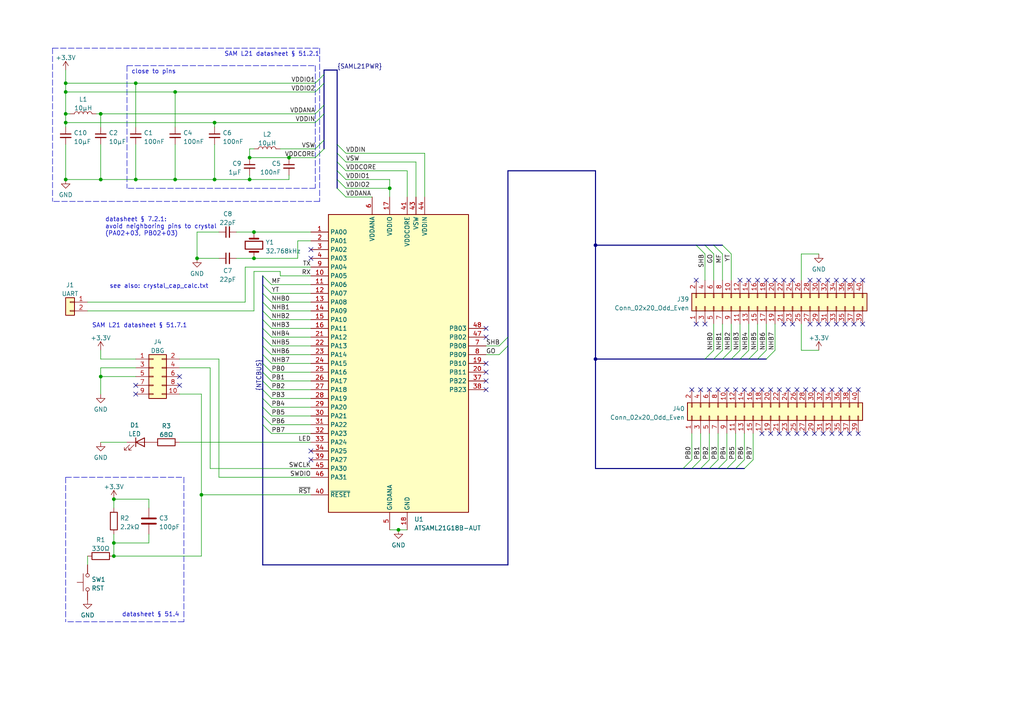
<source format=kicad_sch>
(kicad_sch (version 20211123) (generator eeschema)
  (paper "A4")
  (lib_symbols
    (symbol "Connector_Generic:Conn_01x02" (pin_names (offset 1.016) hide)
      (property "Reference" "J" (at 0 2.54 0))
      (property "Value" "Conn_01x02" (at 0 -5.08 0))
      (symbol "Conn_01x02_1_1"
        (rectangle (start -1.27 -2.413) (end 0 -2.667) (stroke (width 0.1524)))
        (rectangle (start -1.27 0.127) (end 0 -0.127) (stroke (width 0.1524)))
        (rectangle (start -1.27 1.27) (end 1.27 -3.81) (stroke (width 0.254)) (fill (type background)))
        (pin passive line (at -5.08 0 0) (length 3.81) (name "Pin_1") (number "1"))
        (pin passive line (at -5.08 -2.54 0) (length 3.81) (name "Pin_2") (number "2"))
      )
    )
    (symbol "Connector_Generic:Conn_02x05_Odd_Even" (pin_names (offset 1.016) hide)
      (property "Reference" "J" (at 1.27 7.62 0))
      (property "Value" "Conn_02x05_Odd_Even" (at 1.27 -7.62 0))
      (symbol "Conn_02x05_Odd_Even_1_1"
        (rectangle (start -1.27 -4.953) (end 0 -5.207) (stroke (width 0.1524)))
        (rectangle (start -1.27 -2.413) (end 0 -2.667) (stroke (width 0.1524)))
        (rectangle (start -1.27 0.127) (end 0 -0.127) (stroke (width 0.1524)))
        (rectangle (start -1.27 2.667) (end 0 2.413) (stroke (width 0.1524)))
        (rectangle (start -1.27 5.207) (end 0 4.953) (stroke (width 0.1524)))
        (rectangle (start -1.27 6.35) (end 3.81 -6.35) (stroke (width 0.254)) (fill (type background)))
        (rectangle (start 3.81 -4.953) (end 2.54 -5.207) (stroke (width 0.1524)))
        (rectangle (start 3.81 -2.413) (end 2.54 -2.667) (stroke (width 0.1524)))
        (rectangle (start 3.81 0.127) (end 2.54 -0.127) (stroke (width 0.1524)))
        (rectangle (start 3.81 2.667) (end 2.54 2.413) (stroke (width 0.1524)))
        (rectangle (start 3.81 5.207) (end 2.54 4.953) (stroke (width 0.1524)))
        (pin passive line (at -5.08 5.08 0) (length 3.81) (name "Pin_1") (number "1"))
        (pin passive line (at 7.62 -5.08 180) (length 3.81) (name "Pin_10") (number "10"))
        (pin passive line (at 7.62 5.08 180) (length 3.81) (name "Pin_2") (number "2"))
        (pin passive line (at -5.08 2.54 0) (length 3.81) (name "Pin_3") (number "3"))
        (pin passive line (at 7.62 2.54 180) (length 3.81) (name "Pin_4") (number "4"))
        (pin passive line (at -5.08 0 0) (length 3.81) (name "Pin_5") (number "5"))
        (pin passive line (at 7.62 0 180) (length 3.81) (name "Pin_6") (number "6"))
        (pin passive line (at -5.08 -2.54 0) (length 3.81) (name "Pin_7") (number "7"))
        (pin passive line (at 7.62 -2.54 180) (length 3.81) (name "Pin_8") (number "8"))
        (pin passive line (at -5.08 -5.08 0) (length 3.81) (name "Pin_9") (number "9"))
      )
    )
    (symbol "Connector_Generic:Conn_02x20_Odd_Even" (pin_names (offset 1.016) hide)
      (property "Reference" "J" (at 1.27 25.4 0))
      (property "Value" "Conn_02x20_Odd_Even" (at 1.27 -27.94 0))
      (symbol "Conn_02x20_Odd_Even_1_1"
        (rectangle (start -1.27 -25.273) (end 0 -25.527) (stroke (width 0.1524)))
        (rectangle (start -1.27 -22.733) (end 0 -22.987) (stroke (width 0.1524)))
        (rectangle (start -1.27 -20.193) (end 0 -20.447) (stroke (width 0.1524)))
        (rectangle (start -1.27 -17.653) (end 0 -17.907) (stroke (width 0.1524)))
        (rectangle (start -1.27 -15.113) (end 0 -15.367) (stroke (width 0.1524)))
        (rectangle (start -1.27 -12.573) (end 0 -12.827) (stroke (width 0.1524)))
        (rectangle (start -1.27 -10.033) (end 0 -10.287) (stroke (width 0.1524)))
        (rectangle (start -1.27 -7.493) (end 0 -7.747) (stroke (width 0.1524)))
        (rectangle (start -1.27 -4.953) (end 0 -5.207) (stroke (width 0.1524)))
        (rectangle (start -1.27 -2.413) (end 0 -2.667) (stroke (width 0.1524)))
        (rectangle (start -1.27 0.127) (end 0 -0.127) (stroke (width 0.1524)))
        (rectangle (start -1.27 2.667) (end 0 2.413) (stroke (width 0.1524)))
        (rectangle (start -1.27 5.207) (end 0 4.953) (stroke (width 0.1524)))
        (rectangle (start -1.27 7.747) (end 0 7.493) (stroke (width 0.1524)))
        (rectangle (start -1.27 10.287) (end 0 10.033) (stroke (width 0.1524)))
        (rectangle (start -1.27 12.827) (end 0 12.573) (stroke (width 0.1524)))
        (rectangle (start -1.27 15.367) (end 0 15.113) (stroke (width 0.1524)))
        (rectangle (start -1.27 17.907) (end 0 17.653) (stroke (width 0.1524)))
        (rectangle (start -1.27 20.447) (end 0 20.193) (stroke (width 0.1524)))
        (rectangle (start -1.27 22.987) (end 0 22.733) (stroke (width 0.1524)))
        (rectangle (start -1.27 24.13) (end 3.81 -26.67) (stroke (width 0.254)) (fill (type background)))
        (rectangle (start 3.81 -25.273) (end 2.54 -25.527) (stroke (width 0.1524)))
        (rectangle (start 3.81 -22.733) (end 2.54 -22.987) (stroke (width 0.1524)))
        (rectangle (start 3.81 -20.193) (end 2.54 -20.447) (stroke (width 0.1524)))
        (rectangle (start 3.81 -17.653) (end 2.54 -17.907) (stroke (width 0.1524)))
        (rectangle (start 3.81 -15.113) (end 2.54 -15.367) (stroke (width 0.1524)))
        (rectangle (start 3.81 -12.573) (end 2.54 -12.827) (stroke (width 0.1524)))
        (rectangle (start 3.81 -10.033) (end 2.54 -10.287) (stroke (width 0.1524)))
        (rectangle (start 3.81 -7.493) (end 2.54 -7.747) (stroke (width 0.1524)))
        (rectangle (start 3.81 -4.953) (end 2.54 -5.207) (stroke (width 0.1524)))
        (rectangle (start 3.81 -2.413) (end 2.54 -2.667) (stroke (width 0.1524)))
        (rectangle (start 3.81 0.127) (end 2.54 -0.127) (stroke (width 0.1524)))
        (rectangle (start 3.81 2.667) (end 2.54 2.413) (stroke (width 0.1524)))
        (rectangle (start 3.81 5.207) (end 2.54 4.953) (stroke (width 0.1524)))
        (rectangle (start 3.81 7.747) (end 2.54 7.493) (stroke (width 0.1524)))
        (rectangle (start 3.81 10.287) (end 2.54 10.033) (stroke (width 0.1524)))
        (rectangle (start 3.81 12.827) (end 2.54 12.573) (stroke (width 0.1524)))
        (rectangle (start 3.81 15.367) (end 2.54 15.113) (stroke (width 0.1524)))
        (rectangle (start 3.81 17.907) (end 2.54 17.653) (stroke (width 0.1524)))
        (rectangle (start 3.81 20.447) (end 2.54 20.193) (stroke (width 0.1524)))
        (rectangle (start 3.81 22.987) (end 2.54 22.733) (stroke (width 0.1524)))
        (pin passive line (at -5.08 22.86 0) (length 3.81) (name "Pin_1") (number "1"))
        (pin passive line (at 7.62 12.7 180) (length 3.81) (name "Pin_10") (number "10"))
        (pin passive line (at -5.08 10.16 0) (length 3.81) (name "Pin_11") (number "11"))
        (pin passive line (at 7.62 10.16 180) (length 3.81) (name "Pin_12") (number "12"))
        (pin passive line (at -5.08 7.62 0) (length 3.81) (name "Pin_13") (number "13"))
        (pin passive line (at 7.62 7.62 180) (length 3.81) (name "Pin_14") (number "14"))
        (pin passive line (at -5.08 5.08 0) (length 3.81) (name "Pin_15") (number "15"))
        (pin passive line (at 7.62 5.08 180) (length 3.81) (name "Pin_16") (number "16"))
        (pin passive line (at -5.08 2.54 0) (length 3.81) (name "Pin_17") (number "17"))
        (pin passive line (at 7.62 2.54 180) (length 3.81) (name "Pin_18") (number "18"))
        (pin passive line (at -5.08 0 0) (length 3.81) (name "Pin_19") (number "19"))
        (pin passive line (at 7.62 22.86 180) (length 3.81) (name "Pin_2") (number "2"))
        (pin passive line (at 7.62 0 180) (length 3.81) (name "Pin_20") (number "20"))
        (pin passive line (at -5.08 -2.54 0) (length 3.81) (name "Pin_21") (number "21"))
        (pin passive line (at 7.62 -2.54 180) (length 3.81) (name "Pin_22") (number "22"))
        (pin passive line (at -5.08 -5.08 0) (length 3.81) (name "Pin_23") (number "23"))
        (pin passive line (at 7.62 -5.08 180) (length 3.81) (name "Pin_24") (number "24"))
        (pin passive line (at -5.08 -7.62 0) (length 3.81) (name "Pin_25") (number "25"))
        (pin passive line (at 7.62 -7.62 180) (length 3.81) (name "Pin_26") (number "26"))
        (pin passive line (at -5.08 -10.16 0) (length 3.81) (name "Pin_27") (number "27"))
        (pin passive line (at 7.62 -10.16 180) (length 3.81) (name "Pin_28") (number "28"))
        (pin passive line (at -5.08 -12.7 0) (length 3.81) (name "Pin_29") (number "29"))
        (pin passive line (at -5.08 20.32 0) (length 3.81) (name "Pin_3") (number "3"))
        (pin passive line (at 7.62 -12.7 180) (length 3.81) (name "Pin_30") (number "30"))
        (pin passive line (at -5.08 -15.24 0) (length 3.81) (name "Pin_31") (number "31"))
        (pin passive line (at 7.62 -15.24 180) (length 3.81) (name "Pin_32") (number "32"))
        (pin passive line (at -5.08 -17.78 0) (length 3.81) (name "Pin_33") (number "33"))
        (pin passive line (at 7.62 -17.78 180) (length 3.81) (name "Pin_34") (number "34"))
        (pin passive line (at -5.08 -20.32 0) (length 3.81) (name "Pin_35") (number "35"))
        (pin passive line (at 7.62 -20.32 180) (length 3.81) (name "Pin_36") (number "36"))
        (pin passive line (at -5.08 -22.86 0) (length 3.81) (name "Pin_37") (number "37"))
        (pin passive line (at 7.62 -22.86 180) (length 3.81) (name "Pin_38") (number "38"))
        (pin passive line (at -5.08 -25.4 0) (length 3.81) (name "Pin_39") (number "39"))
        (pin passive line (at 7.62 20.32 180) (length 3.81) (name "Pin_4") (number "4"))
        (pin passive line (at 7.62 -25.4 180) (length 3.81) (name "Pin_40") (number "40"))
        (pin passive line (at -5.08 17.78 0) (length 3.81) (name "Pin_5") (number "5"))
        (pin passive line (at 7.62 17.78 180) (length 3.81) (name "Pin_6") (number "6"))
        (pin passive line (at -5.08 15.24 0) (length 3.81) (name "Pin_7") (number "7"))
        (pin passive line (at 7.62 15.24 180) (length 3.81) (name "Pin_8") (number "8"))
        (pin passive line (at -5.08 12.7 0) (length 3.81) (name "Pin_9") (number "9"))
      )
    )
    (symbol "Device:C" (pin_numbers hide) (pin_names (offset 0.254))
      (property "Reference" "C" (at 0.635 2.54 0))
      (property "Value" "C" (at 0.635 -2.54 0))
      (symbol "C_0_1"
        (polyline (pts (xy -2.032 -0.762) (xy 2.032 -0.762)) (stroke (width 0.508)))
        (polyline (pts (xy -2.032 0.762) (xy 2.032 0.762)) (stroke (width 0.508)))
      )
      (symbol "C_1_1"
        (pin passive line (at 0 3.81 270) (length 2.794) (name "~") (number "1"))
        (pin passive line (at 0 -3.81 90) (length 2.794) (name "~") (number "2"))
      )
    )
    (symbol "Device:C_Small" (pin_numbers hide) (pin_names (offset 0.254) hide)
      (property "Reference" "C" (at 0.254 1.778 0))
      (property "Value" "C_Small" (at 0.254 -2.032 0))
      (symbol "C_Small_0_1"
        (polyline (pts (xy -1.524 -0.508) (xy 1.524 -0.508)) (stroke (width 0.3302)))
        (polyline (pts (xy -1.524 0.508) (xy 1.524 0.508)) (stroke (width 0.3048)))
      )
      (symbol "C_Small_1_1"
        (pin passive line (at 0 2.54 270) (length 2.032) (name "~") (number "1"))
        (pin passive line (at 0 -2.54 90) (length 2.032) (name "~") (number "2"))
      )
    )
    (symbol "Device:Crystal" (pin_numbers hide) (pin_names (offset 1.016) hide)
      (property "Reference" "Y" (at 0 3.81 0))
      (property "Value" "Crystal" (at 0 -3.81 0))
      (symbol "Crystal_0_1"
        (rectangle (start -1.143 2.54) (end 1.143 -2.54) (stroke (width 0.3048)))
        (polyline (pts (xy -2.54 0) (xy -1.905 0)))
        (polyline (pts (xy -1.905 -1.27) (xy -1.905 1.27)) (stroke (width 0.508)))
        (polyline (pts (xy 1.905 -1.27) (xy 1.905 1.27)) (stroke (width 0.508)))
        (polyline (pts (xy 2.54 0) (xy 1.905 0)))
      )
      (symbol "Crystal_1_1"
        (pin passive line (at -3.81 0 0) (length 1.27) (name "1") (number "1"))
        (pin passive line (at 3.81 0 180) (length 1.27) (name "2") (number "2"))
      )
    )
    (symbol "Device:L" (pin_numbers hide) (pin_names (offset 1.016) hide)
      (property "Reference" "L" (at -1.27 0 90))
      (property "Value" "L" (at 1.905 0 90))
      (symbol "L_0_1"
        (arc (start 0 -2.54) (mid 0.635 -1.905) (end 0 -1.27))
        (arc (start 0 -1.27) (mid 0.635 -0.635) (end 0 0))
        (arc (start 0 0) (mid 0.635 0.635) (end 0 1.27))
        (arc (start 0 1.27) (mid 0.635 1.905) (end 0 2.54))
      )
      (symbol "L_1_1"
        (pin passive line (at 0 3.81 270) (length 1.27) (name "1") (number "1"))
        (pin passive line (at 0 -3.81 90) (length 1.27) (name "2") (number "2"))
      )
    )
    (symbol "Device:LED" (pin_numbers hide) (pin_names (offset 1.016) hide)
      (property "Reference" "D" (at 0 2.54 0))
      (property "Value" "LED" (at 0 -2.54 0))
      (symbol "LED_0_1"
        (polyline (pts (xy -1.27 -1.27) (xy -1.27 1.27)) (stroke (width 0.254)))
        (polyline (pts (xy -1.27 0) (xy 1.27 0)))
        (polyline (pts (xy 1.27 -1.27) (xy 1.27 1.27) (xy -1.27 0) (xy 1.27 -1.27)) (stroke (width 0.254)))
        (polyline (pts (xy -3.048 -0.762) (xy -4.572 -2.286) (xy -3.81 -2.286) (xy -4.572 -2.286) (xy -4.572 -1.524)))
        (polyline (pts (xy -1.778 -0.762) (xy -3.302 -2.286) (xy -2.54 -2.286) (xy -3.302 -2.286) (xy -3.302 -1.524)))
      )
      (symbol "LED_1_1"
        (pin passive line (at -3.81 0 0) (length 2.54) (name "K") (number "1"))
        (pin passive line (at 3.81 0 180) (length 2.54) (name "A") (number "2"))
      )
    )
    (symbol "Device:R" (pin_numbers hide) (pin_names (offset 0))
      (property "Reference" "R" (at 2.032 0 90))
      (property "Value" "R" (at 0 0 90))
      (symbol "R_0_1"
        (rectangle (start -1.016 -2.54) (end 1.016 2.54) (stroke (width 0.254)))
      )
      (symbol "R_1_1"
        (pin passive line (at 0 3.81 270) (length 1.27) (name "~") (number "1"))
        (pin passive line (at 0 -3.81 90) (length 1.27) (name "~") (number "2"))
      )
    )
    (symbol "MCU_Microchip_SAML:ATSAML21G18B-AUT"
      (property "Reference" "U1" (at 4.5594 -45.2104 0))
      (property "Value" "ATSAML21G18B-AUT" (at 4.5594 -47.7473 0))
      (symbol "ATSAML21G18B-AUT_0_1"
        (rectangle (start -20.32 43.18) (end 20.32 -43.18) (stroke (width 0.254)) (fill (type background)))
      )
      (symbol "ATSAML21G18B-AUT_1_1"
        (pin bidirectional line (at -25.4 38.1 0) (length 5.08) (name "PA00") (number "1"))
        (pin bidirectional line (at -25.4 25.4 0) (length 5.08) (name "PA05") (number "10"))
        (pin bidirectional line (at -25.4 22.86 0) (length 5.08) (name "PA06") (number "11"))
        (pin bidirectional line (at -25.4 20.32 0) (length 5.08) (name "PA07") (number "12"))
        (pin bidirectional line (at -25.4 17.78 0) (length 5.08) (name "PA08") (number "13"))
        (pin bidirectional line (at -25.4 15.24 0) (length 5.08) (name "PA09") (number "14"))
        (pin bidirectional line (at -25.4 12.7 0) (length 5.08) (name "PA10") (number "15"))
        (pin bidirectional line (at -25.4 10.16 0) (length 5.08) (name "PA11") (number "16"))
        (pin power_in line (at -2.54 48.26 270) (length 5.08) (name "VDDIO") (number "17"))
        (pin power_in line (at 2.54 -48.26 90) (length 5.08) (name "GND") (number "18"))
        (pin bidirectional line (at 25.4 0 180) (length 5.08) (name "PB10") (number "19"))
        (pin bidirectional line (at -25.4 35.56 0) (length 5.08) (name "PA01") (number "2"))
        (pin bidirectional line (at 25.4 -2.54 180) (length 5.08) (name "PB11") (number "20"))
        (pin bidirectional line (at -25.4 7.62 0) (length 5.08) (name "PA12") (number "21"))
        (pin bidirectional line (at -25.4 5.08 0) (length 5.08) (name "PA13") (number "22"))
        (pin bidirectional line (at -25.4 2.54 0) (length 5.08) (name "PA14") (number "23"))
        (pin bidirectional line (at -25.4 0 0) (length 5.08) (name "PA15") (number "24"))
        (pin bidirectional line (at -25.4 -2.54 0) (length 5.08) (name "PA16") (number "25"))
        (pin bidirectional line (at -25.4 -5.08 0) (length 5.08) (name "PA17") (number "26"))
        (pin bidirectional line (at -25.4 -7.62 0) (length 5.08) (name "PA18") (number "27"))
        (pin bidirectional line (at -25.4 -10.16 0) (length 5.08) (name "PA19") (number "28"))
        (pin bidirectional line (at -25.4 -12.7 0) (length 5.08) (name "PA20") (number "29"))
        (pin bidirectional line (at -25.4 33.02 0) (length 5.08) (name "PA02") (number "3"))
        (pin bidirectional line (at -25.4 -15.24 0) (length 5.08) (name "PA21") (number "30"))
        (pin bidirectional line (at -25.4 -17.78 0) (length 5.08) (name "PA22") (number "31"))
        (pin bidirectional line (at -25.4 -20.32 0) (length 5.08) (name "PA23") (number "32"))
        (pin bidirectional line (at -25.4 -22.86 0) (length 5.08) (name "PA24") (number "33"))
        (pin bidirectional line (at -25.4 -25.4 0) (length 5.08) (name "PA25") (number "34"))
        (pin passive line (at 2.54 -48.26 90) (length 5.08) hide (name "GND") (number "35"))
        (pin passive line (at -2.54 48.26 270) (length 5.08) hide (name "VDDIO") (number "36"))
        (pin bidirectional line (at 25.4 -5.08 180) (length 5.08) (name "PB22") (number "37"))
        (pin bidirectional line (at 25.4 -7.62 180) (length 5.08) (name "PB23") (number "38"))
        (pin bidirectional line (at -25.4 -27.94 0) (length 5.08) (name "PA27") (number "39"))
        (pin bidirectional line (at -25.4 30.48 0) (length 5.08) (name "PA03") (number "4"))
        (pin input line (at -25.4 -38.1 0) (length 5.08) (name "~{RESET}") (number "40"))
        (pin bidirectional line (at 2.54 48.26 270) (length 5.08) (name "VDDCORE") (number "41"))
        (pin passive line (at 2.54 -48.26 90) (length 5.08) hide (name "GND") (number "42"))
        (pin bidirectional line (at 5.08 48.26 270) (length 5.08) (name "VSW") (number "43"))
        (pin bidirectional line (at 7.62 48.26 270) (length 5.08) (name "VDDIN") (number "44"))
        (pin bidirectional line (at -25.4 -30.48 0) (length 5.08) (name "PA30") (number "45"))
        (pin bidirectional line (at -25.4 -33.02 0) (length 5.08) (name "PA31") (number "46"))
        (pin bidirectional line (at 25.4 7.62 180) (length 5.08) (name "PB02") (number "47"))
        (pin bidirectional line (at 25.4 10.16 180) (length 5.08) (name "PB03") (number "48"))
        (pin passive line (at 2.54 -48.26 90) (length 5.08) hide (name "GND") (number "49"))
        (pin power_in line (at -2.54 -48.26 90) (length 5.08) (name "GNDANA") (number "5"))
        (pin bidirectional line (at -7.62 48.26 270) (length 5.08) (name "VDDANA") (number "6"))
        (pin bidirectional line (at 25.4 5.08 180) (length 5.08) (name "PB08") (number "7"))
        (pin bidirectional line (at 25.4 2.54 180) (length 5.08) (name "PB09") (number "8"))
        (pin bidirectional line (at -25.4 27.94 0) (length 5.08) (name "PA04") (number "9"))
      )
    )
    (symbol "Switch:SW_Push" (pin_numbers hide) (pin_names (offset 1.016) hide)
      (property "Reference" "SW" (at 1.27 2.54 0))
      (property "Value" "SW_Push" (at 0 -1.524 0))
      (symbol "SW_Push_0_1"
        (circle (center -2.032 0) (radius 0.508))
        (polyline (pts (xy 0 1.27) (xy 0 3.048)))
        (polyline (pts (xy 2.54 1.27) (xy -2.54 1.27)))
        (circle (center 2.032 0) (radius 0.508))
        (pin passive line (at -5.08 0 0) (length 2.54) (name "1") (number "1"))
        (pin passive line (at 5.08 0 180) (length 2.54) (name "2") (number "2"))
      )
    )
    (symbol "power:+3.3V" (power) (pin_names (offset 0))
      (property "Value" "+3.3V" (at 0 3.556 0))
      (symbol "+3.3V_0_1"
        (polyline (pts (xy -0.762 1.27) (xy 0 2.54)))
        (polyline (pts (xy 0 0) (xy 0 2.54)))
        (polyline (pts (xy 0 2.54) (xy 0.762 1.27)))
      )
      (symbol "+3.3V_1_1"
        (pin power_in line (at 0 0 90) (length 0) hide (name "+3.3V") (number "1"))
      )
    )
    (symbol "power:GND" (power) (pin_names (offset 0))
      (property "Value" "GND" (at 0 -3.81 0))
      (symbol "GND_0_1"
        (polyline (pts (xy 0 0) (xy 0 -1.27) (xy 1.27 -1.27) (xy 0 -2.54) (xy -1.27 -1.27) (xy 0 -1.27)))
      )
      (symbol "GND_1_1"
        (pin power_in line (at 0 0 270) (length 0) hide (name "GND") (number "1"))
      )
    )
  )
  (bus_alias "SAML21PWR" (members "VDDCORE" "VDDIO1" "VDDIO2" "VSW" "VDDIN" "VDDANA"))
  (bus_alias "NTCBUS" (members "SHB" "GO" "MF" "YT" "NHB[0..7]" "PB[0..7]"))
  (junction (at 33.02 144.78))
  (junction (at 72.39 52.07))
  (junction (at 29.21 109.22))
  (junction (at 58.42 143.51))
  (junction (at 172.72 71.12))
  (junction (at 19.05 35.56))
  (junction (at 172.72 104.14))
  (junction (at 57.15 74.93))
  (junction (at 29.21 52.07))
  (junction (at 50.8 52.07))
  (junction (at 50.8 26.67))
  (junction (at 73.66 67.31))
  (junction (at 72.39 45.72))
  (junction (at 33.02 157.48))
  (junction (at 113.03 54.61))
  (junction (at 33.02 161.29))
  (junction (at 39.37 24.13))
  (junction (at 39.37 52.07))
  (junction (at 19.05 24.13))
  (junction (at 115.57 153.67))
  (junction (at 29.21 33.02))
  (junction (at 19.05 52.07))
  (junction (at 19.05 26.67))
  (junction (at 19.05 33.02))
  (junction (at 73.66 74.93))
  (junction (at 62.23 35.56))
  (junction (at 83.82 45.72))
  (junction (at 62.23 52.07))
  (no_connect (at 233.68 125.73))
  (no_connect (at 231.14 125.73))
  (no_connect (at 140.97 105.41))
  (no_connect (at 241.3 125.73))
  (no_connect (at 231.14 113.03))
  (no_connect (at 208.28 113.03))
  (no_connect (at 229.87 81.28))
  (no_connect (at 250.19 81.28))
  (no_connect (at 39.37 111.76))
  (no_connect (at 233.68 113.03))
  (no_connect (at 90.17 130.81))
  (no_connect (at 220.98 113.03))
  (no_connect (at 236.22 113.03))
  (no_connect (at 226.06 113.03))
  (no_connect (at 90.17 133.35))
  (no_connect (at 52.07 111.76))
  (no_connect (at 220.98 125.73))
  (no_connect (at 243.84 113.03))
  (no_connect (at 213.36 113.03))
  (no_connect (at 214.63 81.28))
  (no_connect (at 90.17 74.93))
  (no_connect (at 90.17 72.39))
  (no_connect (at 52.07 109.22))
  (no_connect (at 247.65 81.28))
  (no_connect (at 227.33 81.28))
  (no_connect (at 242.57 93.98))
  (no_connect (at 237.49 93.98))
  (no_connect (at 219.71 81.28))
  (no_connect (at 200.66 113.03))
  (no_connect (at 236.22 125.73))
  (no_connect (at 234.95 93.98))
  (no_connect (at 245.11 93.98))
  (no_connect (at 201.93 93.98))
  (no_connect (at 223.52 113.03))
  (no_connect (at 217.17 81.28))
  (no_connect (at 248.92 113.03))
  (no_connect (at 205.74 113.03))
  (no_connect (at 39.37 114.3))
  (no_connect (at 227.33 93.98))
  (no_connect (at 240.03 81.28))
  (no_connect (at 218.44 113.03))
  (no_connect (at 203.2 113.03))
  (no_connect (at 246.38 113.03))
  (no_connect (at 224.79 81.28))
  (no_connect (at 228.6 113.03))
  (no_connect (at 240.03 93.98))
  (no_connect (at 226.06 125.73))
  (no_connect (at 229.87 93.98))
  (no_connect (at 223.52 125.73))
  (no_connect (at 246.38 125.73))
  (no_connect (at 241.3 113.03))
  (no_connect (at 248.92 125.73))
  (no_connect (at 247.65 93.98))
  (no_connect (at 140.97 97.79))
  (no_connect (at 140.97 95.25))
  (no_connect (at 242.57 81.28))
  (no_connect (at 237.49 81.28))
  (no_connect (at 140.97 113.03))
  (no_connect (at 210.82 113.03))
  (no_connect (at 234.95 81.28))
  (no_connect (at 222.25 81.28))
  (no_connect (at 243.84 125.73))
  (no_connect (at 238.76 113.03))
  (no_connect (at 140.97 110.49))
  (no_connect (at 245.11 81.28))
  (no_connect (at 201.93 81.28))
  (no_connect (at 250.19 93.98))
  (no_connect (at 215.9 113.03))
  (no_connect (at 238.76 125.73))
  (no_connect (at 204.47 93.98))
  (no_connect (at 228.6 125.73))
  (no_connect (at 140.97 107.95))
  (bus_entry (at 201.93 71.12) (size 2.54 2.54))
  (bus_entry (at 93.98 24.13) (size -2.54 2.54))
  (bus_entry (at 218.44 133.35) (size -2.54 2.54))
  (bus_entry (at 213.36 133.35) (size -2.54 2.54))
  (bus_entry (at 93.98 40.64) (size -2.54 2.54))
  (bus_entry (at 97.79 44.45) (size 2.54 2.54))
  (bus_entry (at 93.98 33.02) (size -2.54 2.54))
  (bus_entry (at 93.98 30.48) (size -2.54 2.54))
  (bus_entry (at 97.79 41.91) (size 2.54 2.54))
  (bus_entry (at 76.2 118.11) (size 2.54 2.54))
  (bus_entry (at 97.79 54.61) (size 2.54 2.54))
  (bus_entry (at 76.2 115.57) (size 2.54 2.54))
  (bus_entry (at 76.2 100.33) (size 2.54 2.54))
  (bus_entry (at 93.98 43.18) (size -2.54 2.54))
  (bus_entry (at 147.32 97.79) (size -2.54 2.54))
  (bus_entry (at 147.32 100.33) (size -2.54 2.54))
  (bus_entry (at 76.2 105.41) (size 2.54 2.54))
  (bus_entry (at 208.28 133.35) (size -2.54 2.54))
  (bus_entry (at 76.2 82.55) (size 2.54 2.54))
  (bus_entry (at 215.9 133.35) (size -2.54 2.54))
  (bus_entry (at 203.2 133.35) (size -2.54 2.54))
  (bus_entry (at 76.2 80.01) (size 2.54 2.54))
  (bus_entry (at 205.74 133.35) (size -2.54 2.54))
  (bus_entry (at 76.2 87.63) (size 2.54 2.54))
  (bus_entry (at 76.2 95.25) (size 2.54 2.54))
  (bus_entry (at 212.09 101.6) (size -2.54 2.54))
  (bus_entry (at 209.55 101.6) (size -2.54 2.54))
  (bus_entry (at 207.01 101.6) (size -2.54 2.54))
  (bus_entry (at 76.2 107.95) (size 2.54 2.54))
  (bus_entry (at 210.82 133.35) (size -2.54 2.54))
  (bus_entry (at 76.2 110.49) (size 2.54 2.54))
  (bus_entry (at 76.2 97.79) (size 2.54 2.54))
  (bus_entry (at 204.47 71.12) (size 2.54 2.54))
  (bus_entry (at 207.01 71.12) (size 2.54 2.54))
  (bus_entry (at 209.55 71.12) (size 2.54 2.54))
  (bus_entry (at 93.98 21.59) (size -2.54 2.54))
  (bus_entry (at 76.2 113.03) (size 2.54 2.54))
  (bus_entry (at 76.2 92.71) (size 2.54 2.54))
  (bus_entry (at 214.63 101.6) (size -2.54 2.54))
  (bus_entry (at 217.17 101.6) (size -2.54 2.54))
  (bus_entry (at 219.71 101.6) (size -2.54 2.54))
  (bus_entry (at 222.25 101.6) (size -2.54 2.54))
  (bus_entry (at 224.79 101.6) (size -2.54 2.54))
  (bus_entry (at 97.79 46.99) (size 2.54 2.54))
  (bus_entry (at 200.66 133.35) (size -2.54 2.54))
  (bus_entry (at 76.2 85.09) (size 2.54 2.54))
  (bus_entry (at 76.2 123.19) (size 2.54 2.54))
  (bus_entry (at 97.79 49.53) (size 2.54 2.54))
  (bus_entry (at 76.2 102.87) (size 2.54 2.54))
  (bus_entry (at 97.79 52.07) (size 2.54 2.54))
  (bus_entry (at 76.2 90.17) (size 2.54 2.54))
  (bus_entry (at 76.2 120.65) (size 2.54 2.54))
  (wire (pts (xy 57.15 74.93) (xy 63.5 74.93)))
  (bus (pts (xy 76.2 80.01) (xy 76.2 82.55)))
  (bus (pts (xy 210.82 135.89) (xy 213.36 135.89)))
  (wire (pts (xy 33.02 154.94) (xy 33.02 157.48)))
  (wire (pts (xy 78.74 95.25) (xy 90.17 95.25)))
  (wire (pts (xy 78.74 97.79) (xy 90.17 97.79)))
  (bus (pts (xy 93.98 20.32) (xy 93.98 21.59)))
  (bus (pts (xy 204.47 71.12) (xy 207.01 71.12)))
  (wire (pts (xy 83.82 45.72) (xy 91.44 45.72)))
  (wire (pts (xy 71.12 77.47) (xy 71.12 87.63)))
  (bus (pts (xy 76.2 107.95) (xy 76.2 110.49)))
  (wire (pts (xy 100.33 52.07) (xy 113.03 52.07)))
  (wire (pts (xy 50.8 52.07) (xy 39.37 52.07)))
  (wire (pts (xy 207.01 93.98) (xy 207.01 101.6)))
  (wire (pts (xy 25.4 161.29) (xy 25.4 163.83)))
  (wire (pts (xy 209.55 73.66) (xy 209.55 81.28)))
  (bus (pts (xy 217.17 104.14) (xy 219.71 104.14)))
  (wire (pts (xy 222.25 93.98) (xy 222.25 101.6)))
  (wire (pts (xy 224.79 93.98) (xy 224.79 101.6)))
  (wire (pts (xy 100.33 46.99) (xy 120.65 46.99)))
  (wire (pts (xy 78.74 92.71) (xy 90.17 92.71)))
  (bus (pts (xy 147.32 97.79) (xy 147.32 49.53)))
  (wire (pts (xy 43.18 157.48) (xy 43.18 154.94)))
  (bus (pts (xy 147.32 49.53) (xy 172.72 49.53)))
  (wire (pts (xy 73.66 43.18) (xy 72.39 43.18)))
  (wire (pts (xy 78.74 113.03) (xy 90.17 113.03)))
  (bus (pts (xy 93.98 33.02) (xy 93.98 40.64)))
  (bus (pts (xy 208.28 135.89) (xy 210.82 135.89)))
  (wire (pts (xy 60.96 135.89) (xy 60.96 106.68)))
  (bus (pts (xy 93.98 24.13) (xy 93.98 30.48)))
  (bus (pts (xy 203.2 135.89) (xy 205.74 135.89)))
  (bus (pts (xy 172.72 104.14) (xy 172.72 135.89)))
  (wire (pts (xy 68.58 74.93) (xy 73.66 74.93)))
  (bus (pts (xy 97.79 46.99) (xy 97.79 44.45)))
  (wire (pts (xy 113.03 52.07) (xy 113.03 54.61)))
  (bus (pts (xy 76.2 123.19) (xy 76.2 163.83)))
  (wire (pts (xy 62.23 41.91) (xy 62.23 52.07)))
  (bus (pts (xy 76.2 100.33) (xy 76.2 102.87)))
  (bus (pts (xy 76.2 87.63) (xy 76.2 90.17)))
  (bus (pts (xy 93.98 30.48) (xy 93.98 33.02)))
  (wire (pts (xy 72.39 45.72) (xy 83.82 45.72)))
  (wire (pts (xy 58.42 143.51) (xy 90.17 143.51)))
  (wire (pts (xy 62.23 35.56) (xy 91.44 35.56)))
  (wire (pts (xy 212.09 93.98) (xy 212.09 101.6)))
  (wire (pts (xy 19.05 26.67) (xy 19.05 24.13)))
  (bus (pts (xy 93.98 20.32) (xy 97.79 20.32)))
  (bus (pts (xy 214.63 104.14) (xy 217.17 104.14)))
  (polyline (pts (xy 91.44 19.05) (xy 91.44 54.61)))
  (wire (pts (xy 205.74 125.73) (xy 205.74 133.35)))
  (wire (pts (xy 19.05 24.13) (xy 19.05 20.32)))
  (bus (pts (xy 76.2 92.71) (xy 76.2 95.25)))
  (wire (pts (xy 209.55 93.98) (xy 209.55 101.6)))
  (wire (pts (xy 78.74 102.87) (xy 90.17 102.87)))
  (wire (pts (xy 52.07 114.3) (xy 58.42 114.3)))
  (wire (pts (xy 81.28 78.74) (xy 73.66 78.74)))
  (wire (pts (xy 78.74 85.09) (xy 90.17 85.09)))
  (wire (pts (xy 63.5 67.31) (xy 57.15 67.31)))
  (wire (pts (xy 83.82 52.07) (xy 72.39 52.07)))
  (wire (pts (xy 39.37 52.07) (xy 29.21 52.07)))
  (wire (pts (xy 81.28 80.01) (xy 81.28 78.74)))
  (wire (pts (xy 81.28 43.18) (xy 91.44 43.18)))
  (bus (pts (xy 207.01 104.14) (xy 209.55 104.14)))
  (polyline (pts (xy 36.83 19.05) (xy 36.83 54.61)))
  (wire (pts (xy 78.74 105.41) (xy 90.17 105.41)))
  (bus (pts (xy 97.79 49.53) (xy 97.79 46.99)))
  (wire (pts (xy 29.21 109.22) (xy 29.21 114.3)))
  (wire (pts (xy 215.9 125.73) (xy 215.9 133.35)))
  (wire (pts (xy 200.66 125.73) (xy 200.66 133.35)))
  (wire (pts (xy 204.47 73.66) (xy 204.47 81.28)))
  (wire (pts (xy 232.41 81.28) (xy 232.41 73.66)))
  (bus (pts (xy 205.74 135.89) (xy 208.28 135.89)))
  (wire (pts (xy 123.19 44.45) (xy 123.19 57.15)))
  (wire (pts (xy 19.05 24.13) (xy 39.37 24.13)))
  (wire (pts (xy 232.41 73.66) (xy 237.49 73.66)))
  (polyline (pts (xy 19.05 138.43) (xy 19.05 180.34)))
  (bus (pts (xy 76.2 115.57) (xy 76.2 118.11)))
  (wire (pts (xy 39.37 24.13) (xy 39.37 36.83)))
  (wire (pts (xy 78.74 87.63) (xy 90.17 87.63)))
  (wire (pts (xy 62.23 35.56) (xy 62.23 36.83)))
  (bus (pts (xy 93.98 21.59) (xy 93.98 24.13)))
  (wire (pts (xy 218.44 125.73) (xy 218.44 133.35)))
  (wire (pts (xy 29.21 33.02) (xy 91.44 33.02)))
  (polyline (pts (xy 92.71 13.97) (xy 92.71 58.42)))
  (wire (pts (xy 86.36 69.85) (xy 86.36 74.93)))
  (polyline (pts (xy 19.05 138.43) (xy 53.34 138.43)))
  (wire (pts (xy 29.21 33.02) (xy 29.21 36.83)))
  (wire (pts (xy 72.39 52.07) (xy 72.39 50.8)))
  (wire (pts (xy 43.18 144.78) (xy 43.18 147.32)))
  (wire (pts (xy 78.74 123.19) (xy 90.17 123.19)))
  (wire (pts (xy 217.17 93.98) (xy 217.17 101.6)))
  (wire (pts (xy 100.33 54.61) (xy 113.03 54.61)))
  (bus (pts (xy 172.72 104.14) (xy 204.47 104.14)))
  (wire (pts (xy 90.17 77.47) (xy 71.12 77.47)))
  (wire (pts (xy 29.21 109.22) (xy 39.37 109.22)))
  (wire (pts (xy 120.65 46.99) (xy 120.65 57.15)))
  (wire (pts (xy 39.37 24.13) (xy 91.44 24.13)))
  (wire (pts (xy 219.71 93.98) (xy 219.71 101.6)))
  (wire (pts (xy 140.97 102.87) (xy 144.78 102.87)))
  (wire (pts (xy 50.8 26.67) (xy 91.44 26.67)))
  (wire (pts (xy 63.5 104.14) (xy 52.07 104.14)))
  (wire (pts (xy 113.03 153.67) (xy 115.57 153.67)))
  (wire (pts (xy 52.07 128.27) (xy 90.17 128.27)))
  (wire (pts (xy 212.09 73.66) (xy 212.09 81.28)))
  (wire (pts (xy 118.11 49.53) (xy 118.11 57.15)))
  (bus (pts (xy 209.55 104.14) (xy 212.09 104.14)))
  (wire (pts (xy 19.05 35.56) (xy 19.05 36.83)))
  (wire (pts (xy 100.33 49.53) (xy 118.11 49.53)))
  (bus (pts (xy 97.79 20.32) (xy 97.79 41.91)))
  (wire (pts (xy 73.66 78.74) (xy 73.66 90.17)))
  (bus (pts (xy 76.2 90.17) (xy 76.2 92.71)))
  (wire (pts (xy 60.96 106.68) (xy 52.07 106.68)))
  (wire (pts (xy 19.05 26.67) (xy 19.05 33.02)))
  (wire (pts (xy 115.57 153.67) (xy 118.11 153.67)))
  (wire (pts (xy 78.74 90.17) (xy 90.17 90.17)))
  (wire (pts (xy 20.32 33.02) (xy 19.05 33.02)))
  (wire (pts (xy 140.97 100.33) (xy 144.78 100.33)))
  (bus (pts (xy 213.36 135.89) (xy 215.9 135.89)))
  (wire (pts (xy 19.05 52.07) (xy 19.05 41.91)))
  (bus (pts (xy 97.79 44.45) (xy 97.79 41.91)))
  (bus (pts (xy 172.72 71.12) (xy 201.93 71.12)))
  (bus (pts (xy 207.01 71.12) (xy 209.55 71.12)))
  (wire (pts (xy 50.8 26.67) (xy 50.8 36.83)))
  (bus (pts (xy 76.2 105.41) (xy 76.2 107.95)))
  (wire (pts (xy 57.15 67.31) (xy 57.15 74.93)))
  (wire (pts (xy 29.21 106.68) (xy 29.21 109.22)))
  (bus (pts (xy 200.66 135.89) (xy 203.2 135.89)))
  (polyline (pts (xy 92.71 58.42) (xy 15.24 58.42)))
  (wire (pts (xy 33.02 144.78) (xy 43.18 144.78)))
  (bus (pts (xy 76.2 110.49) (xy 76.2 113.03)))
  (bus (pts (xy 204.47 104.14) (xy 207.01 104.14)))
  (wire (pts (xy 63.5 138.43) (xy 63.5 104.14)))
  (wire (pts (xy 203.2 125.73) (xy 203.2 133.35)))
  (wire (pts (xy 210.82 125.73) (xy 210.82 133.35)))
  (bus (pts (xy 147.32 100.33) (xy 147.32 97.79)))
  (bus (pts (xy 198.12 135.89) (xy 200.66 135.89)))
  (wire (pts (xy 73.66 67.31) (xy 90.17 67.31)))
  (wire (pts (xy 78.74 120.65) (xy 90.17 120.65)))
  (wire (pts (xy 29.21 41.91) (xy 29.21 52.07)))
  (wire (pts (xy 27.94 33.02) (xy 29.21 33.02)))
  (bus (pts (xy 76.2 118.11) (xy 76.2 120.65)))
  (polyline (pts (xy 15.24 13.97) (xy 92.71 13.97)))
  (wire (pts (xy 90.17 138.43) (xy 63.5 138.43)))
  (bus (pts (xy 76.2 120.65) (xy 76.2 123.19)))
  (bus (pts (xy 172.72 71.12) (xy 172.72 104.14)))
  (wire (pts (xy 50.8 41.91) (xy 50.8 52.07)))
  (bus (pts (xy 76.2 163.83) (xy 147.32 163.83)))
  (wire (pts (xy 19.05 35.56) (xy 62.23 35.56)))
  (wire (pts (xy 58.42 143.51) (xy 58.42 161.29)))
  (bus (pts (xy 219.71 104.14) (xy 222.25 104.14)))
  (wire (pts (xy 207.01 73.66) (xy 207.01 81.28)))
  (wire (pts (xy 100.33 57.15) (xy 107.95 57.15)))
  (wire (pts (xy 25.4 90.17) (xy 73.66 90.17)))
  (wire (pts (xy 29.21 104.14) (xy 39.37 104.14)))
  (wire (pts (xy 72.39 43.18) (xy 72.39 45.72)))
  (bus (pts (xy 93.98 40.64) (xy 93.98 43.18)))
  (bus (pts (xy 76.2 102.87) (xy 76.2 105.41)))
  (wire (pts (xy 29.21 128.27) (xy 36.83 128.27)))
  (wire (pts (xy 29.21 52.07) (xy 19.05 52.07)))
  (bus (pts (xy 97.79 54.61) (xy 97.79 52.07)))
  (bus (pts (xy 76.2 113.03) (xy 76.2 115.57)))
  (wire (pts (xy 29.21 101.6) (xy 29.21 104.14)))
  (wire (pts (xy 19.05 35.56) (xy 19.05 33.02)))
  (wire (pts (xy 78.74 115.57) (xy 90.17 115.57)))
  (polyline (pts (xy 36.83 19.05) (xy 91.44 19.05)))
  (polyline (pts (xy 91.44 54.61) (xy 36.83 54.61)))
  (wire (pts (xy 72.39 52.07) (xy 62.23 52.07)))
  (wire (pts (xy 19.05 26.67) (xy 50.8 26.67)))
  (wire (pts (xy 58.42 161.29) (xy 33.02 161.29)))
  (wire (pts (xy 78.74 100.33) (xy 90.17 100.33)))
  (wire (pts (xy 78.74 125.73) (xy 90.17 125.73)))
  (bus (pts (xy 212.09 104.14) (xy 214.63 104.14)))
  (bus (pts (xy 147.32 163.83) (xy 147.32 100.33)))
  (wire (pts (xy 113.03 54.61) (xy 113.03 57.15)))
  (wire (pts (xy 90.17 80.01) (xy 81.28 80.01)))
  (wire (pts (xy 78.74 118.11) (xy 90.17 118.11)))
  (wire (pts (xy 213.36 125.73) (xy 213.36 133.35)))
  (bus (pts (xy 76.2 82.55) (xy 76.2 85.09)))
  (wire (pts (xy 39.37 106.68) (xy 29.21 106.68)))
  (bus (pts (xy 172.72 49.53) (xy 172.72 71.12)))
  (polyline (pts (xy 53.34 180.34) (xy 19.05 180.34)))
  (polyline (pts (xy 53.34 138.43) (xy 53.34 180.34)))
  (wire (pts (xy 39.37 41.91) (xy 39.37 52.07)))
  (wire (pts (xy 33.02 157.48) (xy 33.02 161.29)))
  (wire (pts (xy 214.63 93.98) (xy 214.63 101.6)))
  (wire (pts (xy 90.17 135.89) (xy 60.96 135.89)))
  (wire (pts (xy 208.28 125.73) (xy 208.28 133.35)))
  (wire (pts (xy 71.12 87.63) (xy 25.4 87.63)))
  (wire (pts (xy 90.17 69.85) (xy 86.36 69.85)))
  (wire (pts (xy 100.33 44.45) (xy 123.19 44.45)))
  (wire (pts (xy 78.74 110.49) (xy 90.17 110.49)))
  (bus (pts (xy 76.2 85.09) (xy 76.2 87.63)))
  (wire (pts (xy 237.49 101.6) (xy 232.41 101.6)))
  (bus (pts (xy 97.79 52.07) (xy 97.79 49.53)))
  (wire (pts (xy 33.02 157.48) (xy 43.18 157.48)))
  (wire (pts (xy 68.58 67.31) (xy 73.66 67.31)))
  (bus (pts (xy 201.93 71.12) (xy 204.47 71.12)))
  (wire (pts (xy 78.74 82.55) (xy 90.17 82.55)))
  (wire (pts (xy 58.42 114.3) (xy 58.42 143.51)))
  (wire (pts (xy 83.82 52.07) (xy 83.82 50.8)))
  (bus (pts (xy 172.72 135.89) (xy 198.12 135.89)))
  (wire (pts (xy 62.23 52.07) (xy 50.8 52.07)))
  (bus (pts (xy 76.2 97.79) (xy 76.2 100.33)))
  (wire (pts (xy 232.41 101.6) (xy 232.41 93.98)))
  (wire (pts (xy 33.02 147.32) (xy 33.02 144.78)))
  (wire (pts (xy 86.36 74.93) (xy 73.66 74.93)))
  (polyline (pts (xy 15.24 13.97) (xy 15.24 58.42)))
  (wire (pts (xy 78.74 107.95) (xy 90.17 107.95)))
  (bus (pts (xy 76.2 95.25) (xy 76.2 97.79)))
  (text "SAM L21 datasheet § 51.7.1" (at 26.67 95.25 0) (effects (font (size 1.27 1.27)) (justify left bottom)))
  (text "datasheet § 51.4" (at 52.07 179.07 180) (effects (font (size 1.27 1.27)) (justify right bottom)))
  (text "SAM L21 datasheet § 51.2.1" (at 92.71 16.51 180) (effects (font (size 1.27 1.27)) (justify right bottom)))
  (text "close to pins" (at 38.1 21.59 0) (effects (font (size 1.27 1.27)) (justify left bottom)))
  (text "see also: crystal_cap_calc.txt" (at 31.75 83.82 0) (effects (font (size 1.27 1.27)) (justify left bottom)))
  (text "datasheet § 7.2.1:\navoid neighboring pins to crystal\n(PA02+03, PB02+03)" (at 30.48 68.58 0) (effects (font (size 1.27 1.27)) (justify left bottom)))
  (label "VDDCORE" (at 91.44 45.72 180))
  (label "MF" (at 209.55 73.66 270))
  (label "PB4" (at 78.74 118.11 0))
  (label "VDDIO1" (at 91.44 24.13 180))
  (label "MF" (at 78.74 82.55 0))
  (label "VDDIO1" (at 100.33 52.07 0))
  (label "NHB2" (at 212.09 101.6 90))
  (label "NHB1" (at 78.74 90.17 0))
  (label "PB3" (at 208.28 133.35 90))
  (label "~{RST}" (at 90.17 143.51 180))
  (label "PB6" (at 215.9 133.35 90))
  (label "NHB4" (at 78.74 97.79 0))
  (label "PB5" (at 213.36 133.35 90))
  (label "NHB6" (at 78.74 102.87 0))
  (label "{SAML21PWR}" (at 97.79 20.32 0))
  (label "TX" (at 90.17 77.47 180))
  (label "NHB5" (at 78.74 100.33 0))
  (label "VDDIO2" (at 91.44 26.67 180))
  (label "LED" (at 90.17 128.27 180))
  (label "PB7" (at 218.44 133.35 90))
  (label "NHB7" (at 224.79 101.6 90))
  (label "NHB3" (at 78.74 95.25 0))
  (label "PB1" (at 78.74 110.49 0))
  (label "NHB2" (at 78.74 92.71 0))
  (label "VSW" (at 91.44 43.18 180))
  (label "PB7" (at 78.74 125.73 0))
  (label "PB2" (at 205.74 133.35 90))
  (label "NHB6" (at 222.25 101.6 90))
  (label "SHB" (at 140.97 100.33 0))
  (label "PB5" (at 78.74 120.65 0))
  (label "YT" (at 78.74 85.09 0))
  (label "VDDIN" (at 100.33 44.45 0))
  (label "{NTCBUS}" (at 76.2 104.14 270))
  (label "SHB" (at 204.47 73.66 270))
  (label "SWDIO" (at 90.17 138.43 180))
  (label "NHB4" (at 217.17 101.6 90))
  (label "YT" (at 212.09 73.66 270))
  (label "PB4" (at 210.82 133.35 90))
  (label "PB2" (at 78.74 113.03 0))
  (label "VDDCORE" (at 100.33 49.53 0))
  (label "PB6" (at 78.74 123.19 0))
  (label "PB0" (at 78.74 107.95 0))
  (label "NHB3" (at 214.63 101.6 90))
  (label "NHB7" (at 78.74 105.41 0))
  (label "VDDANA" (at 91.44 33.02 180))
  (label "NHB0" (at 207.01 101.6 90))
  (label "GO" (at 140.97 102.87 0))
  (label "VDDIO2" (at 100.33 54.61 0))
  (label "RX" (at 90.17 80.01 180))
  (label "NHB5" (at 219.71 101.6 90))
  (label "SWCLK" (at 90.17 135.89 180))
  (label "PB3" (at 78.74 115.57 0))
  (label "PB0" (at 200.66 133.35 90))
  (label "GO" (at 207.01 73.66 270))
  (label "NHB1" (at 209.55 101.6 90))
  (label "NHB0" (at 78.74 87.63 0))
  (label "PB1" (at 203.2 133.35 90))
  (label "VDDANA" (at 100.33 57.15 0))
  (label "VSW" (at 100.33 46.99 0))
  (label "VDDIN" (at 91.44 35.56 180))
  (symbol (lib_id "MCU_Microchip_SAML:ATSAML21G18B-AUT") (at 115.57 105.41 0) (unit 1)
    (property "Reference" "U1" (at 120.1294 150.6204 0) (effects (justify left)))
    (property "Value" "ATSAML21G18B-AUT" (at 120.1294 153.1573 0) (effects (justify left)))
    (property "Footprint" "Package_QFP:TQFP-48-1EP_7x7mm_P0.5mm_EP5x5mm_ThermalVias" (effects hide))
    (property "Datasheet" "http://ww1.microchip.com/downloads/en/DeviceDoc/60001477A.pdf" (effects hide))
    (property "JLCPCB" "C2052742" (effects hide))
    (property "LCSC" "C2052742" (effects hide))
  )
  (symbol (lib_id "power:GND") (at 115.57 153.67 0) (unit 1)
    (property "Reference" "#PWR03" (effects hide))
    (property "Value" "GND" (at 115.57 158.1134 0))
  )
  (symbol (lib_id "Device:L") (at 77.47 43.18 90) (unit 1)
    (property "Reference" "L2" (at 77.47 38.9722 90))
    (property "Value" "10µH" (at 77.47 41.5091 90))
    (property "Footprint" "Inductor_SMD:L_0603_1608Metric" (effects hide))
    (property "JLCPCB" "C1035" (effects hide))
    (property "LCSC" "C1035" (effects hide))
  )
  (symbol (lib_id "Device:C_Small") (at 50.8 39.37 0) (unit 1)
    (property "Reference" "C4" (at 53.1241 38.5416 0) (effects (justify left)))
    (property "Value" "100nF" (at 53.1241 41.0785 0) (effects (justify left)))
    (property "Footprint" "Capacitor_SMD:C_0402_1005Metric" (effects hide))
    (property "JLCPCB" "C307331" (effects hide))
    (property "LCSC" "C307331" (effects hide))
  )
  (symbol (lib_id "Device:R") (at 33.02 151.13 180) (unit 1)
    (property "Reference" "R2" (at 34.798 150.2953 0) (effects (justify right)))
    (property "Value" "2.2kΩ" (at 34.798 152.8322 0) (effects (justify right)))
    (property "Footprint" "Resistor_SMD:R_0402_1005Metric" (effects hide))
    (property "JLCPCB" "C25879" (effects hide))
    (property "LCSC" "C25879" (effects hide))
  )
  (symbol (lib_id "power:GND") (at 57.15 74.93 0) (unit 1)
    (property "Reference" "#PWR011" (effects hide))
    (property "Value" "GND" (at 57.15 79.3734 0))
  )
  (symbol (lib_id "Device:R") (at 29.21 161.29 90) (unit 1)
    (property "Reference" "R1" (at 29.21 156.5742 90))
    (property "Value" "330Ω" (at 29.21 159.1111 90))
    (property "Footprint" "Resistor_SMD:R_0402_1005Metric" (effects hide))
    (property "JLCPCB" "C25104" (effects hide))
    (property "LCSC" "C25104" (effects hide))
  )
  (symbol (lib_id "power:+3.3V") (at 29.21 101.6 0) (unit 1)
    (property "Reference" "#PWR07" (effects hide))
    (property "Value" "+3.3V" (at 29.21 98.0242 0))
  )
  (symbol (lib_id "Device:C_Small") (at 66.04 67.31 90) (unit 1)
    (property "Reference" "C8" (at 66.0463 62.0481 90))
    (property "Value" "22pF" (at 66.0463 64.585 90))
    (property "Footprint" "Capacitor_SMD:C_0402_1005Metric" (effects hide))
    (property "JLCPCB" "C1555" (effects hide))
    (property "LCSC" "C1555" (effects hide))
  )
  (symbol (lib_id "Connector_Generic:Conn_02x20_Odd_Even") (at 223.52 120.65 90) (unit 1)
    (property "Reference" "J40" (at 198.628 118.5453 90) (effects (justify left)))
    (property "Value" "Conn_02x20_Odd_Even" (at 198.628 121.0822 90) (effects (justify left)))
    (property "Footprint" "Connector_PinSocket_2.54mm:PinSocket_2x20_P2.54mm_Vertical_SMD" (effects hide))
    (property "JLCPCB" "C2685111" (effects hide))
    (property "LCSC" "C2685111" (effects hide))
  )
  (symbol (lib_id "power:GND") (at 25.4 173.99 0) (unit 1)
    (property "Reference" "#PWR06" (effects hide))
    (property "Value" "GND" (at 25.4 178.4334 0))
  )
  (symbol (lib_id "Device:Crystal") (at 73.66 71.12 90) (unit 1)
    (property "Reference" "Y1" (at 76.9874 70.2853 90) (effects (justify right)))
    (property "Value" "32.768kHz" (at 76.9874 72.8222 90) (effects (justify right)))
    (property "Footprint" "Crystal:Crystal_SMD_3215-2Pin_3.2x1.5mm" (effects hide))
    (property "JLCPCB" "C32346" (effects hide))
    (property "LCSC" "C32346" (effects hide))
  )
  (symbol (lib_id "power:GND") (at 237.49 73.66 0) (unit 1)
    (property "Reference" "#PWR05" (effects hide))
    (property "Value" "GND" (at 237.49 78.1034 0))
  )
  (symbol (lib_id "Device:C_Small") (at 66.04 74.93 90) (unit 1)
    (property "Reference" "C7" (at 66.0463 78.5225 90))
    (property "Value" "22pF" (at 66.0463 81.0594 90))
    (property "Footprint" "Capacitor_SMD:C_0402_1005Metric" (effects hide))
    (property "JLCPCB" "C1555" (effects hide))
    (property "LCSC" "C1555" (effects hide))
  )
  (symbol (lib_id "Device:LED") (at 40.64 128.27 0) (unit 1)
    (property "Reference" "D1" (at 39.0525 123.3002 0))
    (property "Value" "LED" (at 39.0525 125.8371 0))
    (property "Footprint" "LED_SMD:LED_0603_1608Metric" (effects hide))
    (property "JLCPCB" "C72038" (effects hide))
    (property "LCSC" "C72038" (effects hide))
  )
  (symbol (lib_id "Connector_Generic:Conn_02x05_Odd_Even") (at 44.45 109.22 0) (unit 1)
    (property "Reference" "J4" (at 45.72 99.1702 0))
    (property "Value" "DBG" (at 45.72 101.7071 0))
    (property "Footprint" "Connector_PinHeader_1.27mm:PinHeader_2x05_P1.27mm_Vertical_SMD" (effects hide))
    (property "Device" "Samtec FTSH-105-01-F-DV-K-P" (effects hide))
    (property "JLCPCB" "C5250218" (effects hide))
    (property "LCSC" "C5250218" (effects hide))
  )
  (symbol (lib_id "power:+3.3V") (at 33.02 144.78 0) (unit 1)
    (property "Reference" "#PWR010" (effects hide))
    (property "Value" "+3.3V" (at 33.02 141.2042 0))
  )
  (symbol (lib_id "Device:C") (at 43.18 151.13 0) (unit 1)
    (property "Reference" "C3" (at 46.101 150.2953 0) (effects (justify left)))
    (property "Value" "100pF" (at 46.101 152.8322 0) (effects (justify left)))
    (property "Footprint" "Capacitor_SMD:C_0402_1005Metric" (effects hide))
    (property "JLCPCB" "C1546" (effects hide))
    (property "LCSC" "C1546" (effects hide))
  )
  (symbol (lib_id "power:+3.3V") (at 237.49 101.6 0) (unit 1)
    (property "Reference" "#PWR04" (effects hide))
    (property "Value" "+3.3V" (at 237.49 98.0242 0))
  )
  (symbol (lib_id "power:GND") (at 29.21 128.27 0) (unit 1)
    (property "Reference" "#PWR09" (effects hide))
    (property "Value" "GND" (at 29.21 132.7134 0))
  )
  (symbol (lib_id "Switch:SW_Push") (at 25.4 168.91 90) (unit 1)
    (property "Reference" "SW1" (at 26.543 168.0753 90) (effects (justify right)))
    (property "Value" "RST" (at 26.543 170.6122 90) (effects (justify right)))
    (property "Footprint" "Button_Switch_SMD_Custom:Shou_Han_TS24CA" (effects hide))
    (property "JLCPCB" "C393942" (effects hide))
    (property "LCSC" "C393942" (effects hide))
  )
  (symbol (lib_id "power:+3.3V") (at 19.05 20.32 0) (unit 1)
    (property "Reference" "#PWR01" (effects hide))
    (property "Value" "+3.3V" (at 19.05 16.7442 0))
  )
  (symbol (lib_id "Connector_Generic:Conn_02x20_Odd_Even") (at 224.79 88.9 90) (unit 1)
    (property "Reference" "J39" (at 199.898 86.7953 90) (effects (justify left)))
    (property "Value" "Conn_02x20_Odd_Even" (at 199.898 89.3322 90) (effects (justify left)))
    (property "Footprint" "Connector_PinSocket_2.54mm:PinSocket_2x20_P2.54mm_Vertical_SMD" (effects hide))
    (property "JLCPCB" "C2685111" (effects hide))
    (property "LCSC" "C2685111" (effects hide))
  )
  (symbol (lib_id "Device:C_Small") (at 29.21 39.37 0) (unit 1)
    (property "Reference" "C2" (at 31.5341 38.5416 0) (effects (justify left)))
    (property "Value" "10µF" (at 31.5341 41.0785 0) (effects (justify left)))
    (property "Footprint" "Capacitor_SMD:C_0603_1608Metric" (effects hide))
    (property "JLCPCB" "C19702" (effects hide))
    (property "LCSC" "C19702" (effects hide))
  )
  (symbol (lib_id "Device:C_Small") (at 19.05 39.37 0) (unit 1)
    (property "Reference" "C10" (at 21.3741 38.5416 0) (effects (justify left)))
    (property "Value" "10µF" (at 21.3741 41.0785 0) (effects (justify left)))
    (property "Footprint" "Capacitor_SMD:C_0603_1608Metric" (effects hide))
    (property "JLCPCB" "C19702" (effects hide))
    (property "LCSC" "C19702" (effects hide))
  )
  (symbol (lib_id "Connector_Generic:Conn_01x02") (at 20.32 87.63 0) (mirror y) (unit 1)
    (property "Reference" "J1" (at 20.32 82.6602 0))
    (property "Value" "UART" (at 20.32 85.1971 0))
    (property "Footprint" "Connector_PinHeader_2.54mm_Horizontal_SMD:Samtec_TSM-102-01-L-SH" (effects hide))
    (property "JLCPCB" "C9900035116" (effects hide))
    (property "Device" "Samtec TSM-102-01-L-SH-P" (effects hide))
    (property "LCSC" "C9900035116" (effects hide))
  )
  (symbol (lib_id "Device:C_Small") (at 39.37 39.37 0) (unit 1)
    (property "Reference" "C1" (at 41.6941 38.5416 0) (effects (justify left)))
    (property "Value" "100nF" (at 41.6941 41.0785 0) (effects (justify left)))
    (property "Footprint" "Capacitor_SMD:C_0402_1005Metric" (effects hide))
    (property "JLCPCB" "C307331" (effects hide))
    (property "LCSC" "C307331" (effects hide))
  )
  (symbol (lib_id "Device:C_Small") (at 62.23 39.37 0) (unit 1)
    (property "Reference" "C6" (at 64.5541 38.5416 0) (effects (justify left)))
    (property "Value" "100nF" (at 64.5541 41.0785 0) (effects (justify left)))
    (property "Footprint" "Capacitor_SMD:C_0402_1005Metric" (effects hide))
    (property "JLCPCB" "C307331" (effects hide))
    (property "LCSC" "C307331" (effects hide))
  )
  (symbol (lib_id "Device:R") (at 48.26 128.27 90) (unit 1)
    (property "Reference" "R3" (at 48.26 123.5542 90))
    (property "Value" "68Ω" (at 48.26 126.0911 90))
    (property "Footprint" "Resistor_SMD:R_0603_1608Metric" (effects hide))
    (property "JLCPCB" "C27592" (effects hide))
    (property "LCSC" "C27592" (effects hide))
  )
  (symbol (lib_id "Device:C_Small") (at 72.39 48.26 0) (unit 1)
    (property "Reference" "C9" (at 70.0659 47.4316 0) (effects (justify right)))
    (property "Value" "1µF" (at 70.0659 49.9685 0) (effects (justify right)))
    (property "Footprint" "Capacitor_SMD:C_0402_1005Metric" (effects hide))
    (property "JLCPCB" "C52923" (effects hide))
    (property "LCSC" "C52923" (effects hide))
  )
  (symbol (lib_id "power:GND") (at 29.21 114.3 0) (unit 1)
    (property "Reference" "#PWR08" (effects hide))
    (property "Value" "GND" (at 29.21 118.7434 0))
  )
  (symbol (lib_id "Device:L") (at 24.13 33.02 90) (unit 1)
    (property "Reference" "L1" (at 24.13 28.8122 90))
    (property "Value" "10µH" (at 24.13 31.3491 90))
    (property "Footprint" "Inductor_SMD:L_0603_1608Metric" (effects hide))
    (property "JLCPCB" "C1035" (effects hide))
    (property "LCSC" "C1035" (effects hide))
  )
  (symbol (lib_id "Device:C_Small") (at 83.82 48.26 0) (unit 1)
    (property "Reference" "C5" (at 81.4959 47.4316 0) (effects (justify right)))
    (property "Value" "100nF" (at 81.4959 49.9685 0) (effects (justify right)))
    (property "Footprint" "Capacitor_SMD:C_0402_1005Metric" (effects hide))
    (property "JLCPCB" "C307331" (effects hide))
    (property "LCSC" "C307331" (effects hide))
  )
  (symbol (lib_id "power:GND") (at 19.05 52.07 0) (unit 1)
    (property "Reference" "#PWR02" (effects hide))
    (property "Value" "GND" (at 19.05 56.5134 0))
  )
)
</source>
